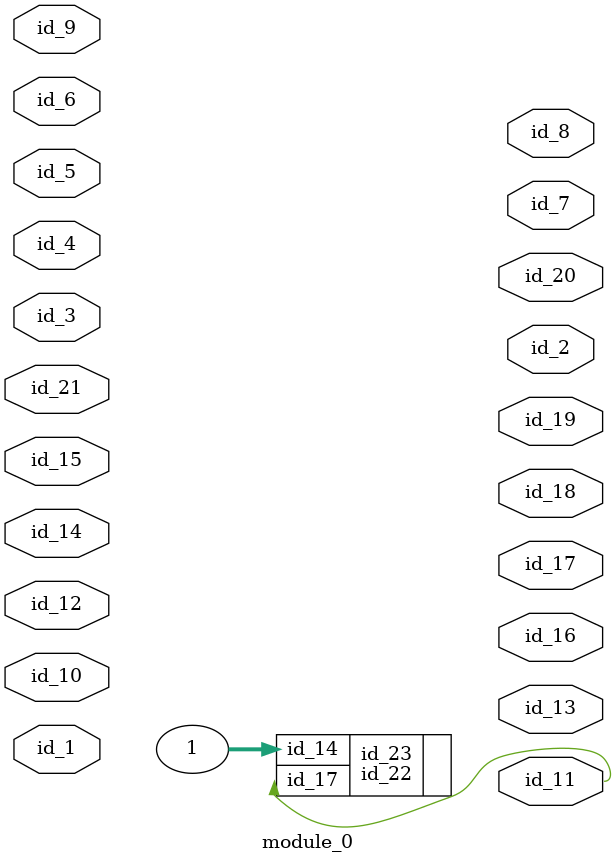
<source format=v>
module module_0 (
    id_1,
    id_2,
    id_3,
    id_4,
    id_5,
    id_6,
    id_7,
    id_8,
    id_9,
    id_10,
    id_11,
    id_12,
    id_13,
    id_14,
    id_15,
    id_16,
    id_17,
    id_18,
    id_19,
    id_20,
    id_21
);
  input id_21;
  output id_20;
  output id_19;
  output id_18;
  output id_17;
  output id_16;
  input id_15;
  input id_14;
  output id_13;
  input id_12;
  output id_11;
  input id_10;
  input id_9;
  output id_8;
  output id_7;
  input id_6;
  input id_5;
  input id_4;
  input id_3;
  output id_2;
  input id_1;
  id_22 id_23 (
      .id_14(1),
      .id_17(id_11)
  );
endmodule

</source>
